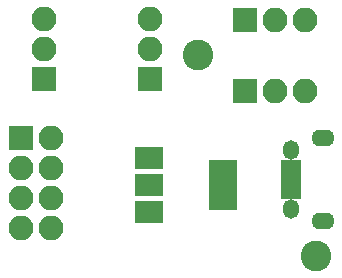
<source format=gbr>
G04 #@! TF.FileFunction,Soldermask,Top*
%FSLAX46Y46*%
G04 Gerber Fmt 4.6, Leading zero omitted, Abs format (unit mm)*
G04 Created by KiCad (PCBNEW 4.0.2-stable) date 11.2.2018 14.28.50*
%MOMM*%
G01*
G04 APERTURE LIST*
%ADD10C,0.100000*%
%ADD11R,1.750000X0.800000*%
%ADD12O,1.350000X1.650000*%
%ADD13O,1.950000X1.400000*%
%ADD14R,2.100000X2.100000*%
%ADD15O,2.100000X2.100000*%
%ADD16R,2.400000X4.200000*%
%ADD17R,2.400000X1.900000*%
%ADD18C,2.600000*%
G04 APERTURE END LIST*
D10*
D11*
X204900000Y-128800000D03*
X204900000Y-128150000D03*
X204900000Y-127500000D03*
X204900000Y-126850000D03*
X204900000Y-126200000D03*
D12*
X204900000Y-130000000D03*
X204900000Y-125000000D03*
D13*
X207600000Y-131000000D03*
X207600000Y-124000000D03*
D14*
X182000000Y-124000000D03*
D15*
X184540000Y-124000000D03*
X182000000Y-126540000D03*
X184540000Y-126540000D03*
X182000000Y-129080000D03*
X184540000Y-129080000D03*
X182000000Y-131620000D03*
X184540000Y-131620000D03*
D14*
X193000000Y-119000000D03*
D15*
X193000000Y-116460000D03*
X193000000Y-113920000D03*
D14*
X201000000Y-120000000D03*
D15*
X203540000Y-120000000D03*
X206080000Y-120000000D03*
D14*
X201000000Y-114000000D03*
D15*
X203540000Y-114000000D03*
X206080000Y-114000000D03*
D14*
X184000000Y-119000000D03*
D15*
X184000000Y-116460000D03*
X184000000Y-113920000D03*
D16*
X199150000Y-128000000D03*
D17*
X192850000Y-128000000D03*
X192850000Y-130300000D03*
X192850000Y-125700000D03*
D18*
X197000000Y-117000000D03*
X207000000Y-134000000D03*
M02*

</source>
